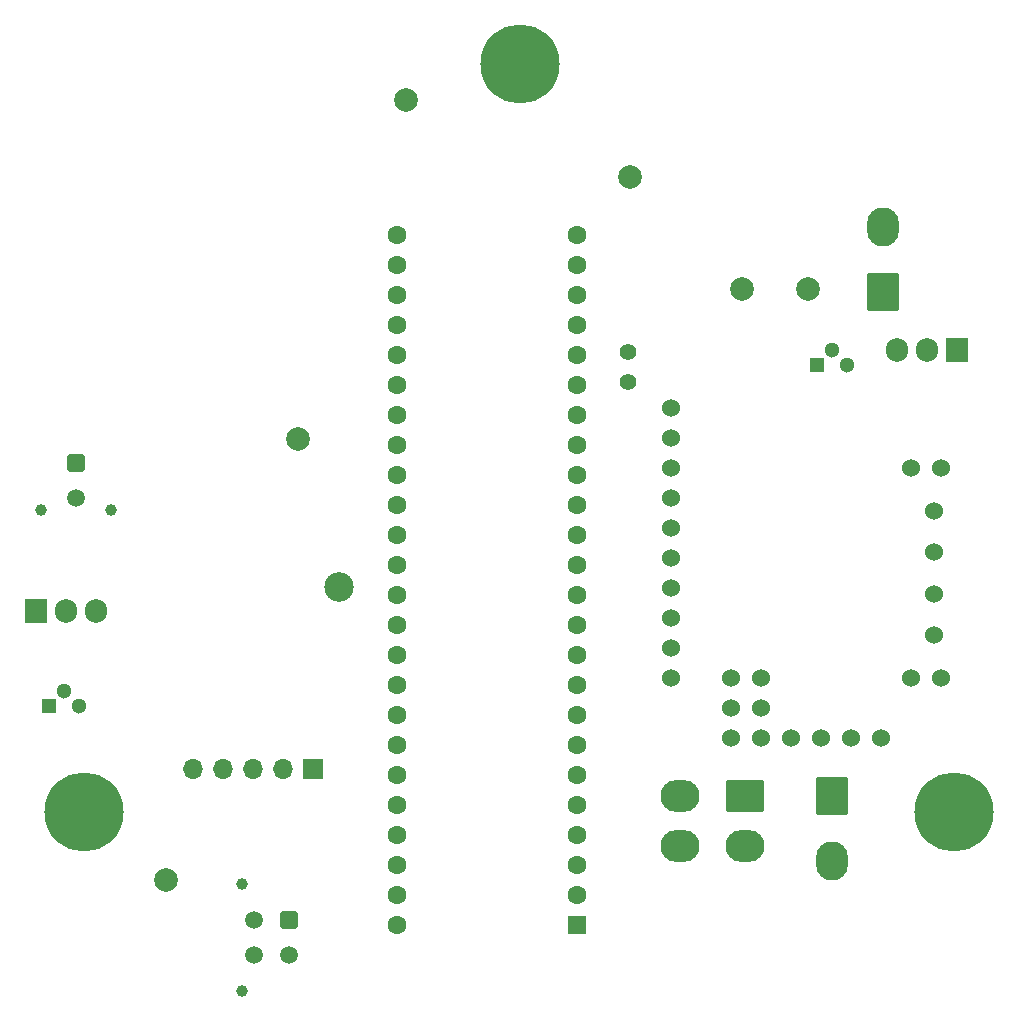
<source format=gbr>
%TF.GenerationSoftware,KiCad,Pcbnew,7.0.6*%
%TF.CreationDate,2024-04-15T18:34:20+10:00*%
%TF.ProjectId,Rocketry_Payload_Main_DDR_Spec_V2,526f636b-6574-4727-995f-5061796c6f61,rev?*%
%TF.SameCoordinates,Original*%
%TF.FileFunction,Soldermask,Bot*%
%TF.FilePolarity,Negative*%
%FSLAX46Y46*%
G04 Gerber Fmt 4.6, Leading zero omitted, Abs format (unit mm)*
G04 Created by KiCad (PCBNEW 7.0.6) date 2024-04-15 18:34:20*
%MOMM*%
%LPD*%
G01*
G04 APERTURE LIST*
G04 Aperture macros list*
%AMRoundRect*
0 Rectangle with rounded corners*
0 $1 Rounding radius*
0 $2 $3 $4 $5 $6 $7 $8 $9 X,Y pos of 4 corners*
0 Add a 4 corners polygon primitive as box body*
4,1,4,$2,$3,$4,$5,$6,$7,$8,$9,$2,$3,0*
0 Add four circle primitives for the rounded corners*
1,1,$1+$1,$2,$3*
1,1,$1+$1,$4,$5*
1,1,$1+$1,$6,$7*
1,1,$1+$1,$8,$9*
0 Add four rect primitives between the rounded corners*
20,1,$1+$1,$2,$3,$4,$5,0*
20,1,$1+$1,$4,$5,$6,$7,0*
20,1,$1+$1,$6,$7,$8,$9,0*
20,1,$1+$1,$8,$9,$2,$3,0*%
G04 Aperture macros list end*
%ADD10C,2.000000*%
%ADD11C,6.700000*%
%ADD12RoundRect,0.250001X-1.399999X1.099999X-1.399999X-1.099999X1.399999X-1.099999X1.399999X1.099999X0*%
%ADD13O,3.300000X2.700000*%
%ADD14C,1.500000*%
%ADD15RoundRect,0.250001X-0.499999X-0.499999X0.499999X-0.499999X0.499999X0.499999X-0.499999X0.499999X0*%
%ADD16C,1.000000*%
%ADD17C,1.400000*%
%ADD18RoundRect,0.250001X-0.499999X0.499999X-0.499999X-0.499999X0.499999X-0.499999X0.499999X0.499999X0*%
%ADD19R,1.300000X1.300000*%
%ADD20C,1.300000*%
%ADD21R,1.600000X1.600000*%
%ADD22C,1.600000*%
%ADD23RoundRect,0.250001X1.099999X1.399999X-1.099999X1.399999X-1.099999X-1.399999X1.099999X-1.399999X0*%
%ADD24O,2.700000X3.300000*%
%ADD25C,2.500000*%
%ADD26RoundRect,0.250001X-1.099999X-1.399999X1.099999X-1.399999X1.099999X1.399999X-1.099999X1.399999X0*%
%ADD27R,1.905000X2.000000*%
%ADD28O,1.905000X2.000000*%
%ADD29R,1.700000X1.700000*%
%ADD30O,1.700000X1.700000*%
%ADD31C,1.524000*%
G04 APERTURE END LIST*
D10*
%TO.C,TP3*%
X172720000Y-69596000D03*
%TD*%
%TO.C,TP4*%
X167132000Y-69596000D03*
%TD*%
%TO.C,TP3*%
X129540000Y-82296000D03*
%TD*%
%TO.C,TP2*%
X118364000Y-119634000D03*
%TD*%
D11*
%TO.C,REF\u002A\u002A*%
X111461000Y-113916000D03*
%TD*%
D12*
%TO.C,J2*%
X167386000Y-112522000D03*
D13*
X167386000Y-116722000D03*
X161886000Y-112522000D03*
X161886000Y-116722000D03*
%TD*%
D10*
%TO.C,TP6*%
X138684000Y-53594000D03*
%TD*%
D14*
%TO.C,J1*%
X110744000Y-87328000D03*
D15*
X110744000Y-84328000D03*
D16*
X113744000Y-88268000D03*
X107744000Y-88268000D03*
%TD*%
D17*
%TO.C,SJ2*%
X157480000Y-77450000D03*
X157480000Y-74910000D03*
%TD*%
D16*
%TO.C,U4*%
X124838000Y-120015000D03*
X124838000Y-129015000D03*
D18*
X128778000Y-123015000D03*
D14*
X128778000Y-126015000D03*
X125778000Y-123015000D03*
X125778000Y-126015000D03*
%TD*%
D19*
%TO.C,Q4*%
X173482000Y-76052000D03*
D20*
X174752000Y-74782000D03*
X176022000Y-76052000D03*
%TD*%
D21*
%TO.C,U2*%
X153162000Y-123444000D03*
D22*
X153162000Y-120904000D03*
X153162000Y-118364000D03*
X153162000Y-115824000D03*
X153162000Y-113284000D03*
X153162000Y-110744000D03*
X153162000Y-108204000D03*
X153162000Y-105664000D03*
X153162000Y-103124000D03*
X153162000Y-100584000D03*
X153162000Y-98044000D03*
X153162000Y-95504000D03*
X153162000Y-92964000D03*
X153162000Y-90424000D03*
X153162000Y-87884000D03*
X153162000Y-85344000D03*
X153162000Y-82804000D03*
X153162000Y-80264000D03*
X153162000Y-77724000D03*
X153162000Y-75184000D03*
X153162000Y-72644000D03*
X153162000Y-70104000D03*
X153162000Y-67564000D03*
X153162000Y-65024000D03*
X137922000Y-65024000D03*
X137922000Y-67564000D03*
X137922000Y-70104000D03*
X137922000Y-72644000D03*
X137922000Y-75184000D03*
X137922000Y-77724000D03*
X137922000Y-80264000D03*
X137922000Y-82804000D03*
X137922000Y-85344000D03*
X137922000Y-87884000D03*
X137922000Y-90424000D03*
X137922000Y-92964000D03*
X137922000Y-95504000D03*
X137922000Y-98044000D03*
X137922000Y-100584000D03*
X137922000Y-103124000D03*
X137922000Y-105664000D03*
X137922000Y-108204000D03*
X137922000Y-110744000D03*
X137922000Y-113284000D03*
X137922000Y-115824000D03*
X137922000Y-118364000D03*
X137922000Y-120904000D03*
X137922000Y-123444000D03*
%TD*%
D11*
%TO.C,REF\u002A\u002A*%
X148336000Y-50536497D03*
%TD*%
D23*
%TO.C,COMMISIONING_PWR1*%
X179070000Y-69850000D03*
D24*
X179070000Y-64350000D03*
%TD*%
D25*
%TO.C,REF\u002A\u002A*%
X132969000Y-94869000D03*
%TD*%
D26*
%TO.C,J3*%
X174752000Y-112522000D03*
D24*
X174752000Y-118022000D03*
%TD*%
D10*
%TO.C,TP5*%
X157632400Y-60096400D03*
%TD*%
D27*
%TO.C,Q1*%
X185293000Y-74803000D03*
D28*
X182753000Y-74803000D03*
X180213000Y-74803000D03*
%TD*%
D29*
%TO.C,U6*%
X130810000Y-110236000D03*
D30*
X128270000Y-110236000D03*
X125730000Y-110236000D03*
X123190000Y-110236000D03*
X120650000Y-110236000D03*
%TD*%
D11*
%TO.C,REF\u002A\u002A*%
X185121000Y-113916000D03*
%TD*%
D19*
%TO.C,Q6*%
X108458000Y-104902000D03*
D20*
X109728000Y-103632000D03*
X110998000Y-104902000D03*
%TD*%
D31*
%TO.C,U5*%
X161116000Y-79656000D03*
X161136000Y-82196000D03*
X161136000Y-84736000D03*
X161136000Y-87276000D03*
X161136000Y-89816000D03*
X161136000Y-92356000D03*
X161136000Y-94896000D03*
X161136000Y-97436000D03*
X161136000Y-99976000D03*
X161136000Y-102516000D03*
X168756000Y-102516000D03*
X166216000Y-107596000D03*
X171296000Y-107596000D03*
X173836000Y-107596000D03*
X176376000Y-107596000D03*
X178916000Y-107596000D03*
X166216000Y-105056000D03*
X168756000Y-105056000D03*
X166216000Y-102516000D03*
X168756000Y-107596000D03*
X183996000Y-102516000D03*
X181456000Y-102516000D03*
X183996000Y-84736000D03*
X181456000Y-84736000D03*
X183361000Y-88368200D03*
X183361000Y-91873400D03*
X183361000Y-95404000D03*
X183361000Y-98883800D03*
%TD*%
D27*
%TO.C,Q2*%
X107315000Y-96901000D03*
D28*
X109855000Y-96901000D03*
X112395000Y-96901000D03*
%TD*%
M02*

</source>
